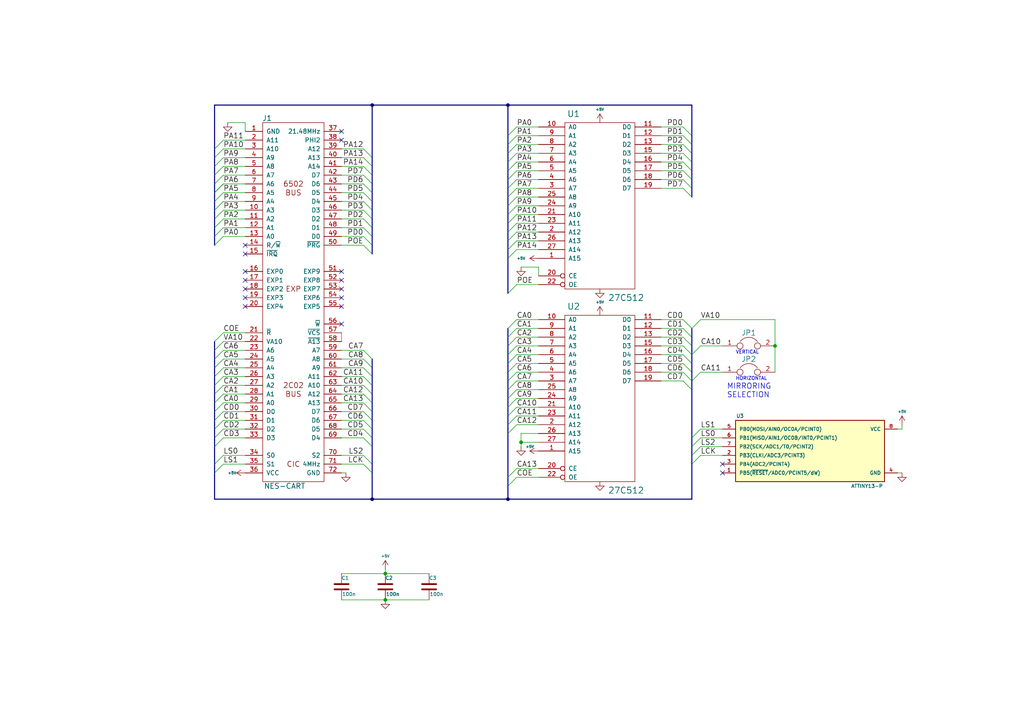
<source format=kicad_sch>
(kicad_sch (version 20250114) (generator "eeschema") (generator_version "9.0")
  (paper "A4")
  (title_block (title "MOJO-NES") (date "2025-09-03") (rev "A") (company "doragasu (1985 Alternativo)") (comment 1 "No mapper, max 32 KiB (PRG) + 8 KiB (CHR).") (comment 2 "Horizontal/Vertical mirroring supported.") (comment 3 "(licence required for product manufacture, see section 4 of License)") (comment 4 "License: CERN OHL 1.2: http://www.ohwr.org/licenses/cern-ohl/v1.2"))
  (text "HORIZONTAL" (at 213.36 110.49 0) (effects (font (size 0.9906 0.9906)) (justify left bottom)))
  (text "MIRRORING\nSELECTION" (at 210.82 115.57 0) (effects (font (size 1.5494 1.5494)) (justify left bottom)))
  (text "VERTICAL" (at 213.36 102.87 0) (effects (font (size 0.9906 0.9906)) (justify left bottom)))
  (junction (at 147.32 30.48))
  (junction (at 147.32 144.78))
  (junction (at 151.13 128.27))
  (junction (at 111.76 173.99))
  (junction (at 107.95 30.48))
  (junction (at 224.79 100.33))
  (junction (at 107.95 144.78))
  (junction (at 111.76 166.37))
  (no_connect (at 99.06 83.82))
  (no_connect (at 99.06 38.1))
  (no_connect (at 99.06 93.98))
  (no_connect (at 71.12 71.12))
  (no_connect (at 71.12 78.74))
  (no_connect (at 99.06 81.28))
  (no_connect (at 71.12 88.9))
  (no_connect (at 209.55 137.16))
  (no_connect (at 209.55 134.62))
  (no_connect (at 99.06 88.9))
  (no_connect (at 99.06 86.36))
  (no_connect (at 71.12 83.82))
  (no_connect (at 71.12 86.36))
  (no_connect (at 99.06 78.74))
  (no_connect (at 71.12 81.28))
  (no_connect (at 99.06 40.64))
  (no_connect (at 71.12 73.66))
  (bus_entry (at 62.23 58.42) (size 2.54 -2.54))
  (bus_entry (at 200.66 134.62) (size 2.54 -2.54))
  (bus_entry (at 105.41 50.8) (size 2.54 2.54))
  (bus_entry (at 147.32 74.93) (size 2.54 -2.54))
  (bus_entry (at 62.23 55.88) (size 2.54 -2.54))
  (bus_entry (at 200.66 129.54) (size 2.54 -2.54))
  (bus_entry (at 198.12 44.45) (size 2.54 2.54))
  (bus_entry (at 147.32 72.39) (size 2.54 -2.54))
  (bus_entry (at 105.41 132.08) (size 2.54 2.54))
  (bus_entry (at 62.23 53.34) (size 2.54 -2.54))
  (bus_entry (at 200.66 95.25) (size 2.54 -2.54))
  (bus_entry (at 105.41 119.38) (size 2.54 2.54))
  (bus_entry (at 147.32 97.79) (size 2.54 -2.54))
  (bus_entry (at 105.41 53.34) (size 2.54 2.54))
  (bus_entry (at 198.12 110.49) (size 2.54 2.54))
  (bus_entry (at 105.41 116.84) (size 2.54 2.54))
  (bus_entry (at 62.23 48.26) (size 2.54 -2.54))
  (bus_entry (at 198.12 100.33) (size 2.54 2.54))
  (bus_entry (at 105.41 48.26) (size 2.54 2.54))
  (bus_entry (at 105.41 45.72) (size 2.54 2.54))
  (bus_entry (at 147.32 115.57) (size 2.54 -2.54))
  (bus_entry (at 62.23 45.72) (size 2.54 -2.54))
  (bus_entry (at 198.12 36.83) (size 2.54 2.54))
  (bus_entry (at 105.41 127) (size 2.54 2.54))
  (bus_entry (at 147.32 120.65) (size 2.54 -2.54))
  (bus_entry (at 147.32 125.73) (size 2.54 -2.54))
  (bus_entry (at 147.32 64.77) (size 2.54 -2.54))
  (bus_entry (at 147.32 138.43) (size 2.54 -2.54))
  (bus_entry (at 105.41 71.12) (size 2.54 2.54))
  (bus_entry (at 147.32 52.07) (size 2.54 -2.54))
  (bus_entry (at 147.32 41.91) (size 2.54 -2.54))
  (bus_entry (at 147.32 105.41) (size 2.54 -2.54))
  (bus_entry (at 105.41 111.76) (size 2.54 2.54))
  (bus_entry (at 147.32 69.85) (size 2.54 -2.54))
  (bus_entry (at 200.66 132.08) (size 2.54 -2.54))
  (bus_entry (at 147.32 46.99) (size 2.54 -2.54))
  (bus_entry (at 147.32 39.37) (size 2.54 -2.54))
  (bus_entry (at 200.66 102.87) (size 2.54 -2.54))
  (bus_entry (at 147.32 113.03) (size 2.54 -2.54))
  (bus_entry (at 62.23 60.96) (size 2.54 -2.54))
  (bus_entry (at 147.32 118.11) (size 2.54 -2.54))
  (bus_entry (at 62.23 114.3) (size 2.54 -2.54))
  (bus_entry (at 62.23 124.46) (size 2.54 -2.54))
  (bus_entry (at 105.41 124.46) (size 2.54 2.54))
  (bus_entry (at 147.32 95.25) (size 2.54 -2.54))
  (bus_entry (at 198.12 102.87) (size 2.54 2.54))
  (bus_entry (at 62.23 109.22) (size 2.54 -2.54))
  (bus_entry (at 62.23 134.62) (size 2.54 -2.54))
  (bus_entry (at 147.32 140.97) (size 2.54 -2.54))
  (bus_entry (at 147.32 59.69) (size 2.54 -2.54))
  (bus_entry (at 147.32 54.61) (size 2.54 -2.54))
  (bus_entry (at 200.66 127) (size 2.54 -2.54))
  (bus_entry (at 62.23 66.04) (size 2.54 -2.54))
  (bus_entry (at 105.41 43.18) (size 2.54 2.54))
  (bus_entry (at 198.12 46.99) (size 2.54 2.54))
  (bus_entry (at 105.41 114.3) (size 2.54 2.54))
  (bus_entry (at 105.41 55.88) (size 2.54 2.54))
  (bus_entry (at 147.32 107.95) (size 2.54 -2.54))
  (bus_entry (at 147.32 44.45) (size 2.54 -2.54))
  (bus_entry (at 62.23 129.54) (size 2.54 -2.54))
  (bus_entry (at 105.41 60.96) (size 2.54 2.54))
  (bus_entry (at 62.23 104.14) (size 2.54 -2.54))
  (bus_entry (at 62.23 111.76) (size 2.54 -2.54))
  (bus_entry (at 62.23 121.92) (size 2.54 -2.54))
  (bus_entry (at 62.23 68.58) (size 2.54 -2.54))
  (bus_entry (at 147.32 62.23) (size 2.54 -2.54))
  (bus_entry (at 62.23 101.6) (size 2.54 -2.54))
  (bus_entry (at 105.41 63.5) (size 2.54 2.54))
  (bus_entry (at 198.12 52.07) (size 2.54 2.54))
  (bus_entry (at 105.41 101.6) (size 2.54 2.54))
  (bus_entry (at 147.32 67.31) (size 2.54 -2.54))
  (bus_entry (at 147.32 85.09) (size 2.54 -2.54))
  (bus_entry (at 62.23 71.12) (size 2.54 -2.54))
  (bus_entry (at 198.12 107.95) (size 2.54 2.54))
  (bus_entry (at 147.32 49.53) (size 2.54 -2.54))
  (bus_entry (at 147.32 57.15) (size 2.54 -2.54))
  (bus_entry (at 147.32 123.19) (size 2.54 -2.54))
  (bus_entry (at 105.41 58.42) (size 2.54 2.54))
  (bus_entry (at 62.23 127) (size 2.54 -2.54))
  (bus_entry (at 62.23 50.8) (size 2.54 -2.54))
  (bus_entry (at 198.12 39.37) (size 2.54 2.54))
  (bus_entry (at 105.41 106.68) (size 2.54 2.54))
  (bus_entry (at 62.23 43.18) (size 2.54 -2.54))
  (bus_entry (at 62.23 116.84) (size 2.54 -2.54))
  (bus_entry (at 105.41 68.58) (size 2.54 2.54))
  (bus_entry (at 198.12 97.79) (size 2.54 2.54))
  (bus_entry (at 62.23 137.16) (size 2.54 -2.54))
  (bus_entry (at 62.23 63.5) (size 2.54 -2.54))
  (bus_entry (at 62.23 99.06) (size 2.54 -2.54))
  (bus_entry (at 198.12 92.71) (size 2.54 2.54))
  (bus_entry (at 62.23 106.68) (size 2.54 -2.54))
  (bus_entry (at 198.12 54.61) (size 2.54 2.54))
  (bus_entry (at 147.32 110.49) (size 2.54 -2.54))
  (bus_entry (at 105.41 121.92) (size 2.54 2.54))
  (bus_entry (at 147.32 102.87) (size 2.54 -2.54))
  (bus_entry (at 105.41 134.62) (size 2.54 2.54))
  (bus_entry (at 147.32 100.33) (size 2.54 -2.54))
  (bus_entry (at 105.41 104.14) (size 2.54 2.54))
  (bus_entry (at 198.12 41.91) (size 2.54 2.54))
  (bus_entry (at 198.12 49.53) (size 2.54 2.54))
  (bus_entry (at 105.41 66.04) (size 2.54 2.54))
  (bus_entry (at 198.12 105.41) (size 2.54 2.54))
  (bus_entry (at 198.12 95.25) (size 2.54 2.54))
  (bus_entry (at 200.66 110.49) (size 2.54 -2.54))
  (bus_entry (at 62.23 119.38) (size 2.54 -2.54))
  (bus_entry (at 105.41 109.22) (size 2.54 2.54))
  (bus_entry (at 62.23 55.88) (size 2.54 -2.54))
  (bus (pts (xy 107.95 53.34) (xy 107.95 55.88)))
  (wire (pts (xy 156.21 77.47) (xy 156.21 80.01)))
  (wire (pts (xy 156.21 135.89) (xy 149.86 135.89)))
  (bus (pts (xy 147.32 118.11) (xy 147.32 120.65)))
  (bus (pts (xy 200.66 113.03) (xy 200.66 127)))
  (bus (pts (xy 147.32 100.33) (xy 147.32 102.87)))
  (bus (pts (xy 200.66 52.07) (xy 200.66 54.61)))
  (wire (pts (xy 71.12 127) (xy 64.77 127)))
  (bus (pts (xy 147.32 120.65) (xy 147.32 123.19)))
  (wire (pts (xy 71.12 55.88) (xy 64.77 55.88)))
  (bus (pts (xy 147.32 144.78) (xy 107.95 144.78)))
  (wire (pts (xy 71.12 114.3) (xy 64.77 114.3)))
  (bus (pts (xy 147.32 110.49) (xy 147.32 113.03)))
  (bus (pts (xy 62.23 134.62) (xy 62.23 129.54)))
  (wire (pts (xy 151.13 77.47) (xy 156.21 77.47)))
  (bus (pts (xy 107.95 137.16) (xy 107.95 144.78)))
  (bus (pts (xy 107.95 45.72) (xy 107.95 48.26)))
  (bus (pts (xy 147.32 44.45) (xy 147.32 46.99)))
  (wire (pts (xy 156.21 36.83) (xy 149.86 36.83)))
  (bus (pts (xy 62.23 66.04) (xy 62.23 68.58)))
  (wire (pts (xy 209.55 100.33) (xy 203.2 100.33)))
  (bus (pts (xy 200.66 95.25) (xy 200.66 97.79)))
  (bus (pts (xy 147.32 30.48) (xy 200.66 30.48)))
  (wire (pts (xy 261.62 124.46) (xy 261.62 123.19)))
  (bus (pts (xy 107.95 63.5) (xy 107.95 66.04)))
  (bus (pts (xy 147.32 59.69) (xy 147.32 62.23)))
  (bus (pts (xy 200.66 134.62) (xy 200.66 144.78)))
  (wire (pts (xy 71.12 106.68) (xy 64.77 106.68)))
  (bus (pts (xy 200.66 127) (xy 200.66 129.54)))
  (wire (pts (xy 191.77 39.37) (xy 198.12 39.37)))
  (wire (pts (xy 99.06 111.76) (xy 105.41 111.76)))
  (bus (pts (xy 107.95 30.48) (xy 107.95 45.72)))
  (bus (pts (xy 200.66 97.79) (xy 200.66 100.33)))
  (bus (pts (xy 200.66 54.61) (xy 200.66 57.15)))
  (wire (pts (xy 209.55 129.54) (xy 203.2 129.54)))
  (bus (pts (xy 200.66 100.33) (xy 200.66 102.87)))
  (bus (pts (xy 107.95 106.68) (xy 107.95 109.22)))
  (bus (pts (xy 62.23 30.48) (xy 62.23 43.18)))
  (wire (pts (xy 191.77 95.25) (xy 198.12 95.25)))
  (wire (pts (xy 71.12 58.42) (xy 64.77 58.42)))
  (bus (pts (xy 107.95 109.22) (xy 107.95 111.76)))
  (bus (pts (xy 200.66 30.48) (xy 200.66 39.37)))
  (bus (pts (xy 107.95 134.62) (xy 107.95 137.16)))
  (wire (pts (xy 151.13 128.27) (xy 151.13 129.54)))
  (bus (pts (xy 147.32 46.99) (xy 147.32 49.53)))
  (wire (pts (xy 99.06 121.92) (xy 105.41 121.92)))
  (bus (pts (xy 147.32 140.97) (xy 147.32 144.78)))
  (bus (pts (xy 107.95 58.42) (xy 107.95 60.96)))
  (bus (pts (xy 147.32 41.91) (xy 147.32 44.45)))
  (bus (pts (xy 200.66 132.08) (xy 200.66 134.62)))
  (bus (pts (xy 147.32 64.77) (xy 147.32 67.31)))
  (wire (pts (xy 71.12 116.84) (xy 64.77 116.84)))
  (wire (pts (xy 156.21 62.23) (xy 149.86 62.23)))
  (wire (pts (xy 99.06 63.5) (xy 105.41 63.5)))
  (wire (pts (xy 156.21 107.95) (xy 149.86 107.95)))
  (bus (pts (xy 107.95 116.84) (xy 107.95 119.38)))
  (wire (pts (xy 99.06 116.84) (xy 105.41 116.84)))
  (wire (pts (xy 71.12 45.72) (xy 64.77 45.72)))
  (wire (pts (xy 209.55 132.08) (xy 203.2 132.08)))
  (wire (pts (xy 71.12 96.52) (xy 64.77 96.52)))
  (wire (pts (xy 191.77 54.61) (xy 198.12 54.61)))
  (wire (pts (xy 99.06 114.3) (xy 105.41 114.3)))
  (wire (pts (xy 99.06 106.68) (xy 105.41 106.68)))
  (bus (pts (xy 147.32 74.93) (xy 147.32 85.09)))
  (bus (pts (xy 62.23 119.38) (xy 62.23 116.84)))
  (bus (pts (xy 147.32 125.73) (xy 147.32 138.43)))
  (wire (pts (xy 71.12 66.04) (xy 64.77 66.04)))
  (bus (pts (xy 107.95 124.46) (xy 107.95 127)))
  (wire (pts (xy 156.21 54.61) (xy 149.86 54.61)))
  (wire (pts (xy 156.21 64.77) (xy 149.86 64.77)))
  (bus (pts (xy 147.32 97.79) (xy 147.32 100.33)))
  (wire (pts (xy 156.21 115.57) (xy 149.86 115.57)))
  (bus (pts (xy 147.32 72.39) (xy 147.32 74.93)))
  (wire (pts (xy 99.06 96.52) (xy 99.06 99.06)))
  (wire (pts (xy 224.79 100.33) (xy 224.79 107.95)))
  (wire (pts (xy 191.77 107.95) (xy 198.12 107.95)))
  (wire (pts (xy 191.77 44.45) (xy 198.12 44.45)))
  (bus (pts (xy 62.23 116.84) (xy 62.23 114.3)))
  (wire (pts (xy 156.21 128.27) (xy 151.13 128.27)))
  (wire (pts (xy 99.06 66.04) (xy 105.41 66.04)))
  (wire (pts (xy 99.06 109.22) (xy 105.41 109.22)))
  (bus (pts (xy 107.95 48.26) (xy 107.95 50.8)))
  (wire (pts (xy 191.77 102.87) (xy 198.12 102.87)))
  (bus (pts (xy 62.23 30.48) (xy 107.95 30.48)))
  (bus (pts (xy 147.32 39.37) (xy 147.32 41.91)))
  (wire (pts (xy 99.06 119.38) (xy 105.41 119.38)))
  (wire (pts (xy 156.21 82.55) (xy 149.86 82.55)))
  (wire (pts (xy 99.06 43.18) (xy 105.41 43.18)))
  (bus (pts (xy 107.95 114.3) (xy 107.95 116.84)))
  (bus (pts (xy 147.32 138.43) (xy 147.32 140.97)))
  (bus (pts (xy 200.66 110.49) (xy 200.66 113.03)))
  (wire (pts (xy 156.21 59.69) (xy 149.86 59.69)))
  (wire (pts (xy 71.12 68.58) (xy 64.77 68.58)))
  (wire (pts (xy 156.21 57.15) (xy 149.86 57.15)))
  (bus (pts (xy 147.32 113.03) (xy 147.32 115.57)))
  (wire (pts (xy 99.06 45.72) (xy 105.41 45.72)))
  (wire (pts (xy 71.12 119.38) (xy 64.77 119.38)))
  (bus (pts (xy 147.32 52.07) (xy 147.32 54.61)))
  (wire (pts (xy 191.77 100.33) (xy 198.12 100.33)))
  (wire (pts (xy 71.12 53.34) (xy 64.77 53.34)))
  (bus (pts (xy 200.66 49.53) (xy 200.66 52.07)))
  (wire (pts (xy 71.12 121.92) (xy 64.77 121.92)))
  (wire (pts (xy 156.21 44.45) (xy 149.86 44.45)))
  (wire (pts (xy 156.21 120.65) (xy 149.86 120.65)))
  (wire (pts (xy 191.77 110.49) (xy 198.12 110.49)))
  (wire (pts (xy 99.06 137.16) (xy 100.33 137.16)))
  (wire (pts (xy 156.21 95.25) (xy 149.86 95.25)))
  (bus (pts (xy 147.32 67.31) (xy 147.32 69.85)))
  (bus (pts (xy 62.23 114.3) (xy 62.23 111.76)))
  (wire (pts (xy 156.21 52.07) (xy 149.86 52.07)))
  (bus (pts (xy 62.23 45.72) (xy 62.23 48.26)))
  (wire (pts (xy 71.12 101.6) (xy 64.77 101.6)))
  (bus (pts (xy 62.23 101.6) (xy 62.23 99.06)))
  (wire (pts (xy 99.06 104.14) (xy 105.41 104.14)))
  (wire (pts (xy 156.21 46.99) (xy 149.86 46.99)))
  (bus (pts (xy 62.23 104.14) (xy 62.23 101.6)))
  (bus (pts (xy 147.32 115.57) (xy 147.32 118.11)))
  (bus (pts (xy 107.95 144.78) (xy 62.23 144.78)))
  (bus (pts (xy 200.66 46.99) (xy 200.66 49.53)))
  (wire (pts (xy 99.06 53.34) (xy 105.41 53.34)))
  (wire (pts (xy 191.77 41.91) (xy 198.12 41.91)))
  (bus (pts (xy 147.32 69.85) (xy 147.32 72.39)))
  (bus (pts (xy 107.95 66.04) (xy 107.95 68.58)))
  (bus (pts (xy 62.23 121.92) (xy 62.23 119.38)))
  (wire (pts (xy 156.21 113.03) (xy 149.86 113.03)))
  (wire (pts (xy 71.12 132.08) (xy 64.77 132.08)))
  (wire (pts (xy 156.21 41.91) (xy 149.86 41.91)))
  (bus (pts (xy 62.23 111.76) (xy 62.23 109.22)))
  (wire (pts (xy 99.06 134.62) (xy 105.41 134.62)))
  (wire (pts (xy 209.55 124.46) (xy 203.2 124.46)))
  (bus (pts (xy 107.95 50.8) (xy 107.95 53.34)))
  (bus (pts (xy 147.32 62.23) (xy 147.32 64.77)))
  (wire (pts (xy 209.55 127) (xy 203.2 127)))
  (bus (pts (xy 62.23 58.42) (xy 62.23 60.96)))
  (bus (pts (xy 200.66 44.45) (xy 200.66 46.99)))
  (wire (pts (xy 191.77 36.83) (xy 198.12 36.83)))
  (wire (pts (xy 111.76 173.99) (xy 124.46 173.99)))
  (wire (pts (xy 156.21 67.31) (xy 149.86 67.31)))
  (bus (pts (xy 147.32 30.48) (xy 147.32 39.37)))
  (wire (pts (xy 156.21 39.37) (xy 149.86 39.37)))
  (bus (pts (xy 62.23 68.58) (xy 62.23 71.12)))
  (wire (pts (xy 71.12 111.76) (xy 64.77 111.76)))
  (bus (pts (xy 62.23 55.88) (xy 62.23 58.42)))
  (wire (pts (xy 71.12 35.56) (xy 71.12 38.1)))
  (bus (pts (xy 147.32 107.95) (xy 147.32 110.49)))
  (wire (pts (xy 71.12 40.64) (xy 64.77 40.64)))
  (bus (pts (xy 107.95 129.54) (xy 107.95 134.62)))
  (wire (pts (xy 99.06 58.42) (xy 105.41 58.42)))
  (bus (pts (xy 147.32 49.53) (xy 147.32 52.07)))
  (wire (pts (xy 156.21 49.53) (xy 149.86 49.53)))
  (bus (pts (xy 147.32 54.61) (xy 147.32 57.15)))
  (bus (pts (xy 107.95 55.88) (xy 107.95 58.42)))
  (bus (pts (xy 107.95 119.38) (xy 107.95 121.92)))
  (wire (pts (xy 99.06 124.46) (xy 105.41 124.46)))
  (wire (pts (xy 156.21 92.71) (xy 149.86 92.71)))
  (bus (pts (xy 107.95 121.92) (xy 107.95 124.46)))
  (bus (pts (xy 107.95 68.58) (xy 107.95 71.12)))
  (wire (pts (xy 224.79 92.71) (xy 224.79 100.33)))
  (wire (pts (xy 99.06 166.37) (xy 111.76 166.37)))
  (wire (pts (xy 111.76 166.37) (xy 124.46 166.37)))
  (bus (pts (xy 62.23 137.16) (xy 62.23 134.62)))
  (wire (pts (xy 71.12 48.26) (xy 64.77 48.26)))
  (wire (pts (xy 260.35 124.46) (xy 261.62 124.46)))
  (bus (pts (xy 107.95 30.48) (xy 147.32 30.48)))
  (wire (pts (xy 156.21 125.73) (xy 151.13 125.73)))
  (wire (pts (xy 99.06 101.6) (xy 105.41 101.6)))
  (wire (pts (xy 71.12 63.5) (xy 64.77 63.5)))
  (wire (pts (xy 224.79 92.71) (xy 203.2 92.71)))
  (bus (pts (xy 200.66 107.95) (xy 200.66 110.49)))
  (wire (pts (xy 156.21 100.33) (xy 149.86 100.33)))
  (bus (pts (xy 107.95 111.76) (xy 107.95 114.3)))
  (wire (pts (xy 191.77 97.79) (xy 198.12 97.79)))
  (wire (pts (xy 156.21 138.43) (xy 149.86 138.43)))
  (wire (pts (xy 99.06 68.58) (xy 105.41 68.58)))
  (bus (pts (xy 62.23 109.22) (xy 62.23 106.68)))
  (bus (pts (xy 62.23 144.78) (xy 62.23 137.16)))
  (bus (pts (xy 62.23 60.96) (xy 62.23 63.5)))
  (bus (pts (xy 62.23 48.26) (xy 62.23 50.8)))
  (wire (pts (xy 99.06 71.12) (xy 105.41 71.12)))
  (bus (pts (xy 107.95 104.14) (xy 107.95 106.68)))
  (bus (pts (xy 62.23 50.8) (xy 62.23 53.34)))
  (wire (pts (xy 66.04 35.56) (xy 71.12 35.56)))
  (wire (pts (xy 71.12 43.18) (xy 64.77 43.18)))
  (wire (pts (xy 71.12 134.62) (xy 64.77 134.62)))
  (wire (pts (xy 191.77 92.71) (xy 198.12 92.71)))
  (bus (pts (xy 147.32 95.25) (xy 147.32 97.79)))
  (wire (pts (xy 191.77 49.53) (xy 198.12 49.53)))
  (bus (pts (xy 62.23 129.54) (xy 62.23 127)))
  (bus (pts (xy 107.95 71.12) (xy 107.95 73.66)))
  (bus (pts (xy 107.95 127) (xy 107.95 129.54)))
  (wire (pts (xy 156.21 110.49) (xy 149.86 110.49)))
  (wire (pts (xy 191.77 105.41) (xy 198.12 105.41)))
  (wire (pts (xy 71.12 124.46) (xy 64.77 124.46)))
  (wire (pts (xy 156.21 123.19) (xy 149.86 123.19)))
  (wire (pts (xy 71.12 109.22) (xy 64.77 109.22)))
  (wire (pts (xy 111.76 165.1) (xy 111.76 166.37)))
  (wire (pts (xy 99.06 132.08) (xy 105.41 132.08)))
  (bus (pts (xy 147.32 123.19) (xy 147.32 125.73)))
  (bus (pts (xy 200.66 41.91) (xy 200.66 44.45)))
  (bus (pts (xy 147.32 105.41) (xy 147.32 107.95)))
  (wire (pts (xy 191.77 46.99) (xy 198.12 46.99)))
  (wire (pts (xy 71.12 50.8) (xy 64.77 50.8)))
  (bus (pts (xy 147.32 57.15) (xy 147.32 59.69)))
  (bus (pts (xy 62.23 106.68) (xy 62.23 104.14)))
  (wire (pts (xy 99.06 55.88) (xy 105.41 55.88)))
  (wire (pts (xy 99.06 50.8) (xy 105.41 50.8)))
  (bus (pts (xy 200.66 39.37) (xy 200.66 41.91)))
  (bus (pts (xy 62.23 53.34) (xy 62.23 55.88)))
  (bus (pts (xy 200.66 102.87) (xy 200.66 105.41)))
  (wire (pts (xy 209.55 107.95) (xy 203.2 107.95)))
  (wire (pts (xy 156.21 97.79) (xy 149.86 97.79)))
  (wire (pts (xy 99.06 48.26) (xy 105.41 48.26)))
  (bus (pts (xy 62.23 127) (xy 62.23 124.46)))
  (bus (pts (xy 62.23 124.46) (xy 62.23 121.92)))
  (wire (pts (xy 71.12 60.96) (xy 64.77 60.96)))
  (wire (pts (xy 99.06 60.96) (xy 105.41 60.96)))
  (wire (pts (xy 156.21 105.41) (xy 149.86 105.41)))
  (wire (pts (xy 260.35 137.16) (xy 261.62 137.16)))
  (bus (pts (xy 200.66 105.41) (xy 200.66 107.95)))
  (wire (pts (xy 99.06 127) (xy 105.41 127)))
  (wire (pts (xy 156.21 118.11) (xy 149.86 118.11)))
  (wire (pts (xy 71.12 99.06) (xy 64.77 99.06)))
  (bus (pts (xy 62.23 43.18) (xy 62.23 45.72)))
  (bus (pts (xy 62.23 63.5) (xy 62.23 66.04)))
  (wire (pts (xy 156.21 69.85) (xy 149.86 69.85)))
  (bus (pts (xy 107.95 60.96) (xy 107.95 63.5)))
  (wire (pts (xy 151.13 125.73) (xy 151.13 128.27)))
  (bus (pts (xy 147.32 102.87) (xy 147.32 105.41)))
  (wire (pts (xy 156.21 72.39) (xy 149.86 72.39)))
  (wire (pts (xy 71.12 104.14) (xy 64.77 104.14)))
  (wire (pts (xy 99.06 173.99) (xy 111.76 173.99)))
  (bus (pts (xy 200.66 144.78) (xy 147.32 144.78)))
  (bus (pts (xy 200.66 129.54) (xy 200.66 132.08)))
  (wire (pts (xy 191.77 52.07) (xy 198.12 52.07)))
  (wire (pts (xy 156.21 102.87) (xy 149.86 102.87)))
  (label "CA11" (at 149.86 120.65 0) (effects (font (size 1.524 1.524))))
  (label "CA10" (at 149.86 118.11 0) (effects (font (size 1.524 1.524))))
  (label "CD0" (at 64.77 119.38 0) (effects (font (size 1.524 1.524))))
  (label "PD7" (at 198.12 54.61 180) (effects (font (size 1.524 1.524))))
  (label "CA5" (at 149.86 105.41 0) (effects (font (size 1.524 1.524))))
  (label "PA10" (at 64.77 43.18 0) (effects (font (size 1.524 1.524))))
  (label "PA6" (at 64.77 53.34 0) (effects (font (size 1.524 1.524))))
  (label "CA2" (at 149.86 97.79 0) (effects (font (size 1.524 1.524))))
  (label "CD4" (at 105.41 127 180) (effects (font (size 1.524 1.524))))
  (label "CA4" (at 64.77 106.68 0) (effects (font (size 1.524 1.524))))
  (label "LS0" (at 203.2 127 0) (effects (font (size 1.524 1.524))))
  (label "LS2" (at 105.41 132.08 180) (effects (font (size 1.524 1.524))))
  (label "PD1" (at 198.12 39.37 180) (effects (font (size 1.524 1.524))))
  (label "CA5" (at 64.77 104.14 0) (effects (font (size 1.524 1.524))))
  (label "PA14" (at 149.86 72.39 0) (effects (font (size 1.524 1.524))))
  (label "CD7" (at 105.41 119.38 180) (effects (font (size 1.524 1.524))))
  (label "VA10" (at 64.77 99.06 0) (effects (font (size 1.524 1.524))))
  (label "CD1" (at 64.77 121.92 0) (effects (font (size 1.524 1.524))))
  (label "PD0" (at 198.12 36.83 180) (effects (font (size 1.524 1.524))))
  (label "CD5" (at 105.41 124.46 180) (effects (font (size 1.524 1.524))))
  (label "CD6" (at 198.12 107.95 180) (effects (font (size 1.524 1.524))))
  (label "CA0" (at 64.77 116.84 0) (effects (font (size 1.524 1.524))))
  (label "PA14" (at 105.41 48.26 180) (effects (font (size 1.524 1.524))))
  (label "CA13" (at 105.41 116.84 180) (effects (font (size 1.524 1.524))))
  (label "PD4" (at 105.41 58.42 180) (effects (font (size 1.524 1.524))))
  (label "LS2" (at 203.2 129.54 0) (effects (font (size 1.524 1.524))))
  (label "PA5" (at 64.77 55.88 0) (effects (font (size 1.524 1.524))))
  (label "PA11" (at 149.86 64.77 0) (effects (font (size 1.524 1.524))))
  (label "CD2" (at 198.12 97.79 180) (effects (font (size 1.524 1.524))))
  (label "CA3" (at 64.77 109.22 0) (effects (font (size 1.524 1.524))))
  (label "CA1" (at 149.86 95.25 0) (effects (font (size 1.524 1.524))))
  (label "POE" (at 149.86 82.55 0) (effects (font (size 1.524 1.524))))
  (label "PA13" (at 105.41 45.72 180) (effects (font (size 1.524 1.524))))
  (label "CD1" (at 198.12 95.25 180) (effects (font (size 1.524 1.524))))
  (label "PA12" (at 105.41 43.18 180) (effects (font (size 1.524 1.524))))
  (label "PA0" (at 64.77 68.58 0) (effects (font (size 1.524 1.524))))
  (label "CA13" (at 149.86 135.89 0) (effects (font (size 1.524 1.524))))
  (label "CD3" (at 64.77 127 0) (effects (font (size 1.524 1.524))))
  (label "CA3" (at 149.86 100.33 0) (effects (font (size 1.524 1.524))))
  (label "CA6" (at 64.77 101.6 0) (effects (font (size 1.524 1.524))))
  (label "POE" (at 105.41 71.12 180) (effects (font (size 1.524 1.524))))
  (label "CA2" (at 64.77 111.76 0) (effects (font (size 1.524 1.524))))
  (label "PA5" (at 149.86 49.53 0) (effects (font (size 1.524 1.524))))
  (label "PA3" (at 149.86 44.45 0) (effects (font (size 1.524 1.524))))
  (label "PA6" (at 149.86 52.07 0) (effects (font (size 1.524 1.524))))
  (label "PA3" (at 64.77 60.96 0) (effects (font (size 1.524 1.524))))
  (label "CA4" (at 149.86 102.87 0) (effects (font (size 1.524 1.524))))
  (label "PA7" (at 149.86 54.61 0) (effects (font (size 1.524 1.524))))
  (label "PD1" (at 105.41 66.04 180) (effects (font (size 1.524 1.524))))
  (label "LCK" (at 203.2 132.08 0) (effects (font (size 1.524 1.524))))
  (label "CA7" (at 105.41 101.6 180) (effects (font (size 1.524 1.524))))
  (label "CA10" (at 105.41 111.76 180) (effects (font (size 1.524 1.524))))
  (label "PD5" (at 105.41 55.88 180) (effects (font (size 1.524 1.524))))
  (label "CA6" (at 149.86 107.95 0) (effects (font (size 1.524 1.524))))
  (label "PA8" (at 64.77 48.26 0) (effects (font (size 1.524 1.524))))
  (label "COE" (at 149.86 138.43 0) (effects (font (size 1.524 1.524))))
  (label "CA11" (at 203.2 107.95 0) (effects (font (size 1.524 1.524))))
  (label "PA9" (at 149.86 59.69 0) (effects (font (size 1.524 1.524))))
  (label "PD6" (at 105.41 53.34 180) (effects (font (size 1.524 1.524))))
  (label "PA4" (at 149.86 46.99 0) (effects (font (size 1.524 1.524))))
  (label "PA9" (at 64.77 45.72 0) (effects (font (size 1.524 1.524))))
  (label "LS0" (at 64.77 132.08 0) (effects (font (size 1.524 1.524))))
  (label "CD4" (at 198.12 102.87 180) (effects (font (size 1.524 1.524))))
  (label "CA0" (at 149.86 92.71 0) (effects (font (size 1.524 1.524))))
  (label "PD0" (at 105.41 68.58 180) (effects (font (size 1.524 1.524))))
  (label "CA8" (at 149.86 113.03 0) (effects (font (size 1.524 1.524))))
  (label "CD0" (at 198.12 92.71 180) (effects (font (size 1.524 1.524))))
  (label "CA8" (at 105.41 104.14 180) (effects (font (size 1.524 1.524))))
  (label "PA1" (at 149.86 39.37 0) (effects (font (size 1.524 1.524))))
  (label "PD2" (at 198.12 41.91 180) (effects (font (size 1.524 1.524))))
  (label "COE" (at 64.77 96.52 0) (effects (font (size 1.524 1.524))))
  (label "PD3" (at 198.12 44.45 180) (effects (font (size 1.524 1.524))))
  (label "VA10" (at 203.2 92.71 0) (effects (font (size 1.524 1.524))))
  (label "CD6" (at 105.41 121.92 180) (effects (font (size 1.524 1.524))))
  (label "PD7" (at 105.41 50.8 180) (effects (font (size 1.524 1.524))))
  (label "LS1" (at 203.2 124.46 0) (effects (font (size 1.524 1.524))))
  (label "PA11" (at 64.77 40.64 0) (effects (font (size 1.524 1.524))))
  (label "LCK" (at 105.41 134.62 180) (effects (font (size 1.524 1.524))))
  (label "PA1" (at 64.77 66.04 0) (effects (font (size 1.524 1.524))))
  (label "PD6" (at 198.12 52.07 180) (effects (font (size 1.524 1.524))))
  (label "CA9" (at 149.86 115.57 0) (effects (font (size 1.524 1.524))))
  (label "PA4" (at 64.77 58.42 0) (effects (font (size 1.524 1.524))))
  (label "PD4" (at 198.12 46.99 180) (effects (font (size 1.524 1.524))))
  (label "PA0" (at 149.86 36.83 0) (effects (font (size 1.524 1.524))))
  (label "PA2" (at 64.77 63.5 0) (effects (font (size 1.524 1.524))))
  (label "PA10" (at 149.86 62.23 0) (effects (font (size 1.524 1.524))))
  (label "PA8" (at 149.86 57.15 0) (effects (font (size 1.524 1.524))))
  (label "PD2" (at 105.41 63.5 180) (effects (font (size 1.524 1.524))))
  (label "CA10" (at 203.2 100.33 0) (effects (font (size 1.524 1.524))))
  (label "PA13" (at 149.86 69.85 0) (effects (font (size 1.524 1.524))))
  (label "LS1" (at 64.77 134.62 0) (effects (font (size 1.524 1.524))))
  (label "CD7" (at 198.12 110.49 180) (effects (font (size 1.524 1.524))))
  (label "PA12" (at 149.86 67.31 0) (effects (font (size 1.524 1.524))))
  (label "PA7" (at 64.77 50.8 0) (effects (font (size 1.524 1.524))))
  (label "CD3" (at 198.12 100.33 180) (effects (font (size 1.524 1.524))))
  (label "CA7" (at 149.86 110.49 0) (effects (font (size 1.524 1.524))))
  (label "CA1" (at 64.77 114.3 0) (effects (font (size 1.524 1.524))))
  (label "PD3" (at 105.41 60.96 180) (effects (font (size 1.524 1.524))))
  (label "CA12" (at 149.86 123.19 0) (effects (font (size 1.524 1.524))))
  (label "PA2" (at 149.86 41.91 0) (effects (font (size 1.524 1.524))))
  (label "CD2" (at 64.77 124.46 0) (effects (font (size 1.524 1.524))))
  (label "CA9" (at 105.41 106.68 180) (effects (font (size 1.524 1.524))))
  (label "CD5" (at 198.12 105.41 180) (effects (font (size 1.524 1.524))))
  (label "CA12" (at 105.41 114.3 180) (effects (font (size 1.524 1.524))))
  (label "CA11" (at 105.41 109.22 180) (effects (font (size 1.524 1.524))))
  (label "PD5" (at 198.12 49.53 180) (effects (font (size 1.524 1.524))))
  (symbol (lib_name "NES-CART_2") (lib_id "mojo-nes-rescue:NES-CART") (at 85.09 86.36 0) (unit 1)
    (property "Reference" "J1" (at 77.47 34.29 0) (effects (font (size 1.524 1.524))))
    (property "Value" "NES-CART" (at 82.55 140.97 0) (effects (font (size 1.524 1.524))))
    (property "Footprint" "doragasu:NES_CART_FINGERS" (effects (hide yes)))
  )
  (symbol (lib_name "27C512-RESCUE-mojo-nes_3") (lib_id "mojo-nes-rescue:27C512-RESCUE-mojo-nes") (at 173.99 59.69 0) (unit 1)
    (property "Reference" "U1" (at 166.37 33.02 0) (effects (font (size 1.778 1.778))))
    (property "Value" "27C512" (at 181.61 86.36 0) (effects (font (size 1.778 1.778))))
    (property "Footprint" "Package_DIP:DIP-28_W15.24mm" (effects (hide yes)))
  )
  (symbol (lib_name "+5V_10") (lib_id "mojo-nes-rescue:+5V") (at 156.21 74.93 90) (unit 1)
    (property "Reference" "#PWR01" (effects (hide yes)))
    (property "Value" "+5V" (at 151.13 74.93 90) (effects (font (size 0.762 0.762))))
  )
  (symbol (lib_name "27C512-RESCUE-mojo-nes_4") (lib_id "mojo-nes-rescue:27C512-RESCUE-mojo-nes") (at 173.99 115.57 0) (unit 1)
    (property "Reference" "U2" (at 166.37 88.9 0) (effects (font (size 1.778 1.778))))
    (property "Value" "27C512" (at 181.61 142.24 0) (effects (font (size 1.778 1.778))))
    (property "Footprint" "Package_DIP:DIP-28_W15.24mm" (effects (hide yes)))
  )
  (symbol (lib_name "+5V_11") (lib_id "mojo-nes-rescue:+5V") (at 156.21 130.81 90) (unit 1)
    (property "Reference" "#PWR02" (effects (hide yes)))
    (property "Value" "+5V" (at 153.67 129.54 90) (effects (font (size 0.762 0.762))))
  )
  (symbol (lib_name "GND_12") (lib_id "mojo-nes-rescue:GND") (at 151.13 129.54 0) (unit 1)
    (property "Reference" "#PWR03" (effects (hide yes)))
    (property "Value" "GND" (effects (hide yes)))
  )
  (symbol (lib_name "GND_11") (lib_id "mojo-nes-rescue:GND") (at 151.13 77.47 0) (unit 1)
    (property "Reference" "#PWR04" (effects (hide yes)))
    (property "Value" "GND" (effects (hide yes)))
  )
  (symbol (lib_name "GND_15") (lib_id "mojo-nes-rescue:GND") (at 100.33 137.16 0) (unit 1)
    (property "Reference" "#PWR05" (effects (hide yes)))
    (property "Value" "GND" (effects (hide yes)))
  )
  (symbol (lib_name "+5V_13") (lib_id "mojo-nes-rescue:+5V") (at 71.12 137.16 90) (unit 1)
    (property "Reference" "#PWR06" (effects (hide yes)))
    (property "Value" "+5V" (at 67.31 137.16 90) (effects (font (size 0.762 0.762))))
  )
  (symbol (lib_name "GND_9") (lib_id "mojo-nes-rescue:GND") (at 66.04 35.56 0) (unit 1)
    (property "Reference" "#PWR07" (effects (hide yes)))
    (property "Value" "GND" (effects (hide yes)))
  )
  (symbol (lib_name "ATTINY13-P_2") (lib_id "mojo-nes-rescue:ATTINY13-P") (at 234.95 130.81 0) (unit 1)
    (property "Reference" "U3" (at 214.63 120.65 0) (effects (font (size 1.016 1.016))))
    (property "Value" "ATTINY13-P" (at 251.46 140.97 0) (effects (font (size 1.016 1.016))))
    (property "Footprint" "Package_DIP:DIP-8_W7.62mm" (effects (hide yes)))
  )
  (symbol (lib_name "GND_16") (lib_id "mojo-nes-rescue:GND") (at 261.62 137.16 0) (unit 1)
    (property "Reference" "#PWR08" (effects (hide yes)))
    (property "Value" "GND" (effects (hide yes)))
  )
  (symbol (lib_name "+5V_14") (lib_id "mojo-nes-rescue:+5V") (at 261.62 123.19 0) (unit 1)
    (property "Reference" "#PWR09" (effects (hide yes)))
    (property "Value" "+5V" (at 261.62 119.38 0) (effects (font (size 0.762 0.762))))
  )
  (symbol (lib_name "C_4") (lib_id "mojo-nes-rescue:C") (at 99.06 170.18 0) (unit 1)
    (property "Reference" "C1" (at 99.06 167.64 0) (effects (font (size 1.016 1.016)) (justify left)))
    (property "Value" "100n" (at 99.2124 172.339 0) (effects (font (size 1.016 1.016)) (justify left)))
    (property "Footprint" "Capacitor_SMD:C_0805_2012Metric" (effects (hide yes)))
  )
  (symbol (lib_name "C_5") (lib_id "mojo-nes-rescue:C") (at 111.76 170.18 0) (unit 1)
    (property "Reference" "C2" (at 111.76 167.64 0) (effects (font (size 1.016 1.016)) (justify left)))
    (property "Value" "100n" (at 111.9124 172.339 0) (effects (font (size 1.016 1.016)) (justify left)))
    (property "Footprint" "Capacitor_SMD:C_0805_2012Metric" (effects (hide yes)))
  )
  (symbol (lib_name "C_6") (lib_id "mojo-nes-rescue:C") (at 124.46 170.18 0) (unit 1)
    (property "Reference" "C3" (at 124.46 167.64 0) (effects (font (size 1.016 1.016)) (justify left)))
    (property "Value" "100n" (at 124.6124 172.339 0) (effects (font (size 1.016 1.016)) (justify left)))
    (property "Footprint" "Capacitor_SMD:C_0805_2012Metric" (effects (hide yes)))
  )
  (symbol (lib_name "GND_14") (lib_id "mojo-nes-rescue:GND") (at 111.76 173.99 0) (unit 1)
    (property "Reference" "#PWR010" (effects (hide yes)))
    (property "Value" "GND" (effects (hide yes)))
  )
  (symbol (lib_name "+5V_12") (lib_id "mojo-nes-rescue:+5V") (at 111.76 165.1 0) (unit 1)
    (property "Reference" "#PWR011" (effects (hide yes)))
    (property "Value" "+5V" (at 111.76 161.29 0) (effects (font (size 0.762 0.762))))
  )
  (symbol (lib_name "+5V_9") (lib_id "mojo-nes-rescue:+5V") (at 173.99 91.44 0) (unit 1)
    (property "Reference" "#PWR012" (effects (hide yes)))
    (property "Value" "+5V" (at 173.99 87.63 0) (effects (font (size 0.762 0.762))))
  )
  (symbol (lib_name "+5V_8") (lib_id "mojo-nes-rescue:+5V") (at 173.99 35.56 0) (unit 1)
    (property "Reference" "#PWR013" (effects (hide yes)))
    (property "Value" "+5V" (at 173.99 31.75 0) (effects (font (size 0.762 0.762))))
  )
  (symbol (lib_name "GND_10") (lib_id "mojo-nes-rescue:GND") (at 173.99 83.82 0) (unit 1)
    (property "Reference" "#PWR014" (effects (hide yes)))
    (property "Value" "GND" (effects (hide yes)))
  )
  (symbol (lib_name "GND_13") (lib_id "mojo-nes-rescue:GND") (at 173.99 139.7 0) (unit 1)
    (property "Reference" "#PWR015" (effects (hide yes)))
    (property "Value" "GND" (effects (hide yes)))
  )
  (symbol (lib_name "JUMPER_3") (lib_id "mojo-nes-rescue:JUMPER") (at 217.17 100.33 0) (unit 1)
    (property "Reference" "JP1" (at 217.17 96.52 0) (effects (font (size 1.524 1.524))))
    (property "Value" "JUMPER" (effects (hide yes)))
    (property "Footprint" "Resistor_SMD:R_0805_2012Metric" (effects (hide yes)))
  )
  (symbol (lib_name "JUMPER_4") (lib_id "mojo-nes-rescue:JUMPER") (at 217.17 107.95 0) (unit 1)
    (property "Reference" "JP2" (at 217.17 104.14 0) (effects (font (size 1.524 1.524))))
    (property "Value" "JUMPER" (effects (hide yes)))
    (property "Footprint" "Resistor_SMD:R_0805_2012Metric" (effects (hide yes)))
  )
)
</source>
